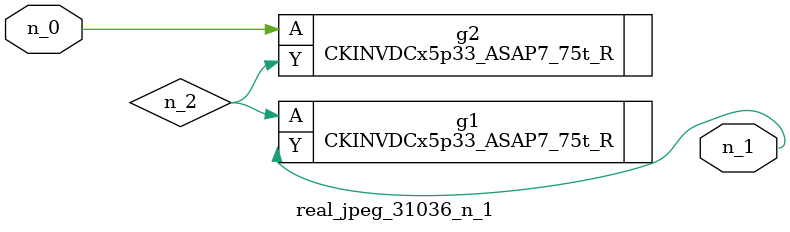
<source format=v>
module real_jpeg_31036_n_1 (n_0, n_1);

input n_0;

output n_1;

wire n_2;

CKINVDCx5p33_ASAP7_75t_R g2 ( 
.A(n_0),
.Y(n_2)
);

CKINVDCx5p33_ASAP7_75t_R g1 ( 
.A(n_2),
.Y(n_1)
);


endmodule
</source>
